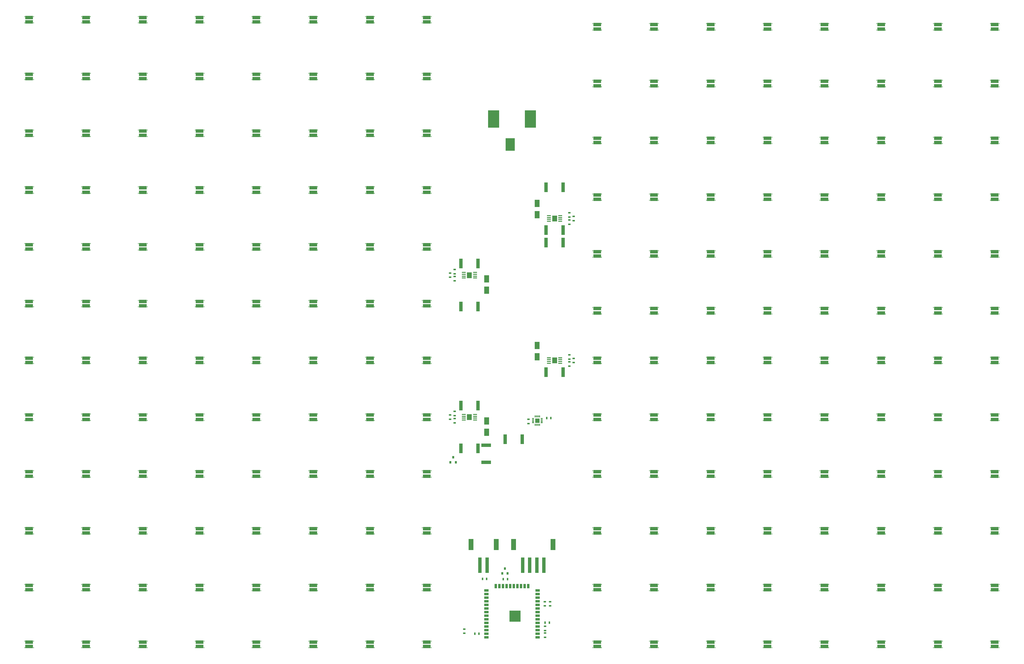
<source format=gtp>
%FSLAX25Y25*%
%MOIN*%
G70*
G01*
G75*
G04 Layer_Color=8421504*
%ADD10C,0.01969*%
%ADD11C,0.03543*%
%ADD12R,0.03543X0.02362*%
%ADD13R,0.02362X0.03543*%
%ADD14R,0.07087X0.03543*%
%ADD15R,0.03158X0.03827*%
%ADD16R,0.05118X0.21654*%
%ADD17R,0.07087X0.15354*%
%ADD18R,0.03543X0.05906*%
%ADD19R,0.05906X0.03543*%
%ADD20R,0.19685X0.19685*%
%ADD21R,0.03543X0.07087*%
%ADD22R,0.05118X0.02756*%
%ADD23R,0.06693X0.09843*%
%ADD24R,0.04803X0.04921*%
%ADD25C,0.03150*%
%ADD26R,0.15354X0.24410*%
%ADD27R,0.12992X0.17323*%
%ADD28R,0.09252X0.20079*%
%ADD29R,0.29528X0.07087*%
%ADD30R,0.01378X0.02165*%
%ADD31R,0.11024X0.04921*%
%ADD32R,0.04724X0.13386*%
%ADD33R,0.06693X0.07874*%
%ADD34R,0.05315X0.01772*%
%ADD35R,0.06693X0.06693*%
%ADD36R,0.01181X0.03150*%
%ADD37R,0.03150X0.01181*%
%ADD38R,0.13386X0.04724*%
%ADD39R,0.03543X0.03150*%
%ADD40C,0.00100*%
%ADD41C,0.00591*%
%ADD42C,0.03937*%
%ADD43C,0.02362*%
%ADD44C,0.04331*%
%ADD45C,0.01181*%
%ADD46C,0.01575*%
%ADD47C,0.02756*%
%ADD48C,0.04724*%
%ADD49C,0.05906*%
%ADD50C,0.03150*%
%ADD51C,0.03543*%
%ADD52C,0.09055*%
%ADD53C,0.07874*%
%ADD54O,0.15748X0.29134*%
%ADD55C,0.15748*%
%ADD56C,0.23622*%
%ADD57C,0.00984*%
%ADD58C,0.00787*%
%ADD59C,0.01000*%
%ADD60R,0.15748X0.15748*%
%ADD61R,0.00984X0.01772*%
%ADD62R,0.10630X0.04528*%
%ADD63R,0.06299X0.06299*%
D12*
X-66043Y-417717D02*
D03*
Y-411811D02*
D03*
X45965Y-417323D02*
D03*
Y-423228D02*
D03*
X-79528Y80807D02*
D03*
Y86713D02*
D03*
Y-116043D02*
D03*
Y-110138D02*
D03*
X79528Y155413D02*
D03*
Y149508D02*
D03*
Y-41437D02*
D03*
Y-47343D02*
D03*
X-79528Y70965D02*
D03*
Y76870D02*
D03*
Y-125886D02*
D03*
Y-119980D02*
D03*
X79528Y165256D02*
D03*
Y159350D02*
D03*
Y-31594D02*
D03*
Y-37500D02*
D03*
X-85630Y81791D02*
D03*
Y75886D02*
D03*
Y-115059D02*
D03*
Y-120965D02*
D03*
X85630Y154429D02*
D03*
Y160335D02*
D03*
Y-42421D02*
D03*
Y-36516D02*
D03*
X45965Y-413878D02*
D03*
Y-407972D02*
D03*
X22736Y-120965D02*
D03*
Y-126870D02*
D03*
X45571Y-373819D02*
D03*
Y-379724D02*
D03*
X52756D02*
D03*
Y-373819D02*
D03*
D13*
X-51575Y-418209D02*
D03*
X-45669D02*
D03*
X-12008Y-342717D02*
D03*
X-6102D02*
D03*
X45965Y-402953D02*
D03*
X51870D02*
D03*
X48130Y-119390D02*
D03*
X54035D02*
D03*
X-40945Y-342224D02*
D03*
X-35039D02*
D03*
D15*
X-9843Y-327815D02*
D03*
X-6102Y-334784D02*
D03*
X-13583D02*
D03*
X-81595Y-173681D02*
D03*
X-77854Y-180650D02*
D03*
X-85335D02*
D03*
D16*
X-34449Y-323425D02*
D03*
X-44291D02*
D03*
X24606D02*
D03*
X34449D02*
D03*
X44291D02*
D03*
X14764D02*
D03*
D17*
X-56890Y-294685D02*
D03*
X-21850D02*
D03*
X56890D02*
D03*
X2165D02*
D03*
D18*
X-22500Y-352362D02*
D03*
X-17500D02*
D03*
X-12500D02*
D03*
X-7500D02*
D03*
X-2500D02*
D03*
X2500D02*
D03*
X7500D02*
D03*
X12500D02*
D03*
X17500D02*
D03*
X22500D02*
D03*
D03*
D19*
X35433Y-358228D02*
D03*
Y-363228D02*
D03*
Y-368228D02*
D03*
Y-373228D02*
D03*
Y-378228D02*
D03*
Y-383228D02*
D03*
Y-388228D02*
D03*
Y-393228D02*
D03*
Y-398228D02*
D03*
Y-403228D02*
D03*
Y-408228D02*
D03*
Y-413228D02*
D03*
Y-418228D02*
D03*
Y-423228D02*
D03*
X-35433Y-358228D02*
D03*
Y-363228D02*
D03*
Y-368228D02*
D03*
Y-373228D02*
D03*
Y-378228D02*
D03*
Y-383228D02*
D03*
Y-388228D02*
D03*
Y-393228D02*
D03*
Y-398228D02*
D03*
Y-403228D02*
D03*
Y-408228D02*
D03*
Y-413228D02*
D03*
Y-418228D02*
D03*
Y-423228D02*
D03*
D23*
X-35039Y57874D02*
D03*
Y73622D02*
D03*
Y-138976D02*
D03*
Y-123228D02*
D03*
X35039Y178347D02*
D03*
Y162598D02*
D03*
Y-18504D02*
D03*
Y-34252D02*
D03*
D26*
X-25394Y295276D02*
D03*
X25394D02*
D03*
D27*
X-2559Y260039D02*
D03*
D32*
X-47244Y94882D02*
D03*
X-70866D02*
D03*
X-47244Y-101969D02*
D03*
X-70866D02*
D03*
X47244Y141339D02*
D03*
X70866D02*
D03*
X47244Y-55512D02*
D03*
X70866D02*
D03*
X-47244Y35433D02*
D03*
X-70866D02*
D03*
X-47244Y-161417D02*
D03*
X-70866D02*
D03*
X47244Y200787D02*
D03*
X70866D02*
D03*
X47244Y124016D02*
D03*
X70866D02*
D03*
X14173Y-148622D02*
D03*
X-9449D02*
D03*
D33*
X-59055Y78740D02*
D03*
Y-118110D02*
D03*
X59055Y157480D02*
D03*
Y-39370D02*
D03*
D34*
X-51279Y74902D02*
D03*
Y77461D02*
D03*
Y80020D02*
D03*
Y82579D02*
D03*
X-66831Y74902D02*
D03*
Y77461D02*
D03*
Y80020D02*
D03*
Y82579D02*
D03*
X-51279Y-121949D02*
D03*
Y-119390D02*
D03*
Y-116831D02*
D03*
Y-114272D02*
D03*
X-66831Y-121949D02*
D03*
Y-119390D02*
D03*
Y-116831D02*
D03*
Y-114272D02*
D03*
X51279Y161319D02*
D03*
Y158760D02*
D03*
Y156201D02*
D03*
Y153642D02*
D03*
X66831Y161319D02*
D03*
Y158760D02*
D03*
Y156201D02*
D03*
Y153642D02*
D03*
X51279Y-35531D02*
D03*
Y-38091D02*
D03*
Y-40650D02*
D03*
Y-43209D02*
D03*
X66831Y-35531D02*
D03*
Y-38091D02*
D03*
Y-40650D02*
D03*
Y-43209D02*
D03*
D36*
X38189Y-128740D02*
D03*
X36220D02*
D03*
X34252D02*
D03*
X32283D02*
D03*
Y-116929D02*
D03*
X34252D02*
D03*
X36220D02*
D03*
X38189D02*
D03*
D37*
X29331Y-125787D02*
D03*
Y-123819D02*
D03*
Y-121850D02*
D03*
Y-119882D02*
D03*
X41142D02*
D03*
Y-121850D02*
D03*
Y-123819D02*
D03*
Y-125787D02*
D03*
D38*
X-35827Y-157087D02*
D03*
Y-180709D02*
D03*
D60*
X4055Y-394134D02*
D03*
D61*
X-663091Y428642D02*
D03*
X-675492D02*
D03*
X-663091Y437500D02*
D03*
X-675492D02*
D03*
X-663091Y-43799D02*
D03*
X-675492D02*
D03*
X-663091Y-34941D02*
D03*
X-675492D02*
D03*
X663091Y33957D02*
D03*
X675492D02*
D03*
X663091Y25098D02*
D03*
X675492D02*
D03*
X663091Y-428642D02*
D03*
X675492D02*
D03*
X663091Y-437500D02*
D03*
X675492D02*
D03*
X-663091Y349902D02*
D03*
X-675492D02*
D03*
X-663091Y358760D02*
D03*
X-675492D02*
D03*
X-663091Y-122539D02*
D03*
X-675492D02*
D03*
X-663091Y-113681D02*
D03*
X-675492D02*
D03*
X663091Y112697D02*
D03*
X675492D02*
D03*
X663091Y103839D02*
D03*
X675492D02*
D03*
X663091Y-349902D02*
D03*
X675492D02*
D03*
X663091Y-358760D02*
D03*
X675492D02*
D03*
X-663091Y271161D02*
D03*
X-675492D02*
D03*
X-663091Y280020D02*
D03*
X-675492D02*
D03*
X-663091Y-201279D02*
D03*
X-675492D02*
D03*
X-663091Y-192421D02*
D03*
X-675492D02*
D03*
X663091Y191437D02*
D03*
X675492D02*
D03*
X663091Y182579D02*
D03*
X675492D02*
D03*
X663091Y-271161D02*
D03*
X675492D02*
D03*
X663091Y-280020D02*
D03*
X675492D02*
D03*
X-663091Y192421D02*
D03*
X-675492D02*
D03*
X-663091Y201279D02*
D03*
X-675492D02*
D03*
X-663091Y-280020D02*
D03*
X-675492D02*
D03*
X-663091Y-271162D02*
D03*
X-675492D02*
D03*
X663091Y270177D02*
D03*
X675492D02*
D03*
X663091Y261319D02*
D03*
X675492D02*
D03*
X663091Y-192421D02*
D03*
X675492D02*
D03*
X663091Y-201279D02*
D03*
X675492D02*
D03*
X-663091Y113681D02*
D03*
X-675492D02*
D03*
X-663091Y122539D02*
D03*
X-675492D02*
D03*
X-663091Y-358760D02*
D03*
X-675492D02*
D03*
X-663091Y-349902D02*
D03*
X-675492D02*
D03*
X663091Y348917D02*
D03*
X675492D02*
D03*
X663091Y340059D02*
D03*
X675492D02*
D03*
X663091Y-113681D02*
D03*
X675492D02*
D03*
X663091Y-122539D02*
D03*
X675492D02*
D03*
X-663091Y34941D02*
D03*
X-675492D02*
D03*
X-663091Y43799D02*
D03*
X-675492D02*
D03*
X-663091Y-437500D02*
D03*
X-675492D02*
D03*
X-663091Y-428642D02*
D03*
X-675492D02*
D03*
X663091Y427658D02*
D03*
X675492D02*
D03*
X663091Y418799D02*
D03*
X675492D02*
D03*
X663091Y-34941D02*
D03*
X675492D02*
D03*
X663091Y-43799D02*
D03*
X675492D02*
D03*
X-584350Y428642D02*
D03*
X-596752D02*
D03*
X-584350Y437500D02*
D03*
X-596752D02*
D03*
X-584350Y-43799D02*
D03*
X-596752D02*
D03*
X-584350Y-34941D02*
D03*
X-596752D02*
D03*
X584350Y33957D02*
D03*
X596752D02*
D03*
X584350Y25098D02*
D03*
X596752D02*
D03*
X584350Y-428642D02*
D03*
X596752D02*
D03*
X584350Y-437500D02*
D03*
X596752D02*
D03*
X-584350Y349902D02*
D03*
X-596752D02*
D03*
X-584350Y358760D02*
D03*
X-596752D02*
D03*
X-584350Y-122539D02*
D03*
X-596752D02*
D03*
X-584350Y-113681D02*
D03*
X-596752D02*
D03*
X584350Y112697D02*
D03*
X596752D02*
D03*
X584350Y103839D02*
D03*
X596752D02*
D03*
X584350Y-349902D02*
D03*
X596752D02*
D03*
X584350Y-358760D02*
D03*
X596752D02*
D03*
X-584350Y271161D02*
D03*
X-596752D02*
D03*
X-584350Y280020D02*
D03*
X-596752D02*
D03*
X-584350Y-201279D02*
D03*
X-596752D02*
D03*
X-584350Y-192421D02*
D03*
X-596752D02*
D03*
X584350Y191437D02*
D03*
X596752D02*
D03*
X584350Y182579D02*
D03*
X596752D02*
D03*
X584350Y-271161D02*
D03*
X596752D02*
D03*
X584350Y-280020D02*
D03*
X596752D02*
D03*
X-584350Y192421D02*
D03*
X-596752D02*
D03*
X-584350Y201279D02*
D03*
X-596752D02*
D03*
X-584350Y-280020D02*
D03*
X-596752D02*
D03*
X-584350Y-271162D02*
D03*
X-596752D02*
D03*
X584350Y270177D02*
D03*
X596752D02*
D03*
X584350Y261319D02*
D03*
X596752D02*
D03*
X584350Y-192421D02*
D03*
X596752D02*
D03*
X584350Y-201279D02*
D03*
X596752D02*
D03*
X-584350Y113681D02*
D03*
X-596752D02*
D03*
X-584350Y122539D02*
D03*
X-596752D02*
D03*
X-584350Y-358760D02*
D03*
X-596752D02*
D03*
X-584350Y-349902D02*
D03*
X-596752D02*
D03*
X584350Y348917D02*
D03*
X596752D02*
D03*
X584350Y340059D02*
D03*
X596752D02*
D03*
X584350Y-113681D02*
D03*
X596752D02*
D03*
X584350Y-122539D02*
D03*
X596752D02*
D03*
X-584350Y34941D02*
D03*
X-596752D02*
D03*
X-584350Y43799D02*
D03*
X-596752D02*
D03*
X-584350Y-437500D02*
D03*
X-596752D02*
D03*
X-584350Y-428642D02*
D03*
X-596752D02*
D03*
X584350Y427658D02*
D03*
X596752D02*
D03*
X584350Y418799D02*
D03*
X596752D02*
D03*
X584350Y-34941D02*
D03*
X596752D02*
D03*
X584350Y-43799D02*
D03*
X596752D02*
D03*
X-505610Y428642D02*
D03*
X-518012D02*
D03*
X-505610Y437500D02*
D03*
X-518012D02*
D03*
X-505610Y-43799D02*
D03*
X-518012D02*
D03*
X-505610Y-34941D02*
D03*
X-518012D02*
D03*
X505610Y33957D02*
D03*
X518012D02*
D03*
X505610Y25098D02*
D03*
X518012D02*
D03*
X505610Y-428642D02*
D03*
X518012D02*
D03*
X505610Y-437500D02*
D03*
X518012D02*
D03*
X-505610Y349902D02*
D03*
X-518012D02*
D03*
X-505610Y358760D02*
D03*
X-518012D02*
D03*
X-505610Y-122539D02*
D03*
X-518012D02*
D03*
X-505610Y-113681D02*
D03*
X-518012D02*
D03*
X505610Y112697D02*
D03*
X518012D02*
D03*
X505610Y103839D02*
D03*
X518012D02*
D03*
X505610Y-349902D02*
D03*
X518012D02*
D03*
X505610Y-358760D02*
D03*
X518012D02*
D03*
X-505610Y271161D02*
D03*
X-518012D02*
D03*
X-505610Y280020D02*
D03*
X-518012D02*
D03*
X-505610Y-201279D02*
D03*
X-518012D02*
D03*
X-505610Y-192421D02*
D03*
X-518012D02*
D03*
X505610Y191437D02*
D03*
X518012D02*
D03*
X505610Y182579D02*
D03*
X518012D02*
D03*
X505610Y-271161D02*
D03*
X518012D02*
D03*
X505610Y-280020D02*
D03*
X518012D02*
D03*
X-505610Y192421D02*
D03*
X-518012D02*
D03*
X-505610Y201279D02*
D03*
X-518012D02*
D03*
X-505610Y-280020D02*
D03*
X-518012D02*
D03*
X-505610Y-271162D02*
D03*
X-518012D02*
D03*
X505610Y270177D02*
D03*
X518012D02*
D03*
X505610Y261319D02*
D03*
X518012D02*
D03*
X505610Y-192421D02*
D03*
X518012D02*
D03*
X505610Y-201279D02*
D03*
X518012D02*
D03*
X-505610Y113681D02*
D03*
X-518012D02*
D03*
X-505610Y122539D02*
D03*
X-518012D02*
D03*
X-505610Y-358760D02*
D03*
X-518012D02*
D03*
X-505610Y-349902D02*
D03*
X-518012D02*
D03*
X505610Y348917D02*
D03*
X518012D02*
D03*
X505610Y340059D02*
D03*
X518012D02*
D03*
X505610Y-113681D02*
D03*
X518012D02*
D03*
X505610Y-122539D02*
D03*
X518012D02*
D03*
X-505610Y34941D02*
D03*
X-518012D02*
D03*
X-505610Y43799D02*
D03*
X-518012D02*
D03*
X-505610Y-437500D02*
D03*
X-518012D02*
D03*
X-505610Y-428642D02*
D03*
X-518012D02*
D03*
X505610Y427658D02*
D03*
X518012D02*
D03*
X505610Y418799D02*
D03*
X518012D02*
D03*
X505610Y-34941D02*
D03*
X518012D02*
D03*
X505610Y-43799D02*
D03*
X518012D02*
D03*
X-426870Y428642D02*
D03*
X-439272D02*
D03*
X-426870Y437500D02*
D03*
X-439272D02*
D03*
X-426870Y-43799D02*
D03*
X-439272D02*
D03*
X-426870Y-34941D02*
D03*
X-439272D02*
D03*
X426870Y33957D02*
D03*
X439272D02*
D03*
X426870Y25098D02*
D03*
X439272D02*
D03*
X426870Y-428642D02*
D03*
X439272D02*
D03*
X426870Y-437500D02*
D03*
X439272D02*
D03*
X-426870Y349902D02*
D03*
X-439272D02*
D03*
X-426870Y358760D02*
D03*
X-439272D02*
D03*
X-426870Y-122539D02*
D03*
X-439272D02*
D03*
X-426870Y-113681D02*
D03*
X-439272D02*
D03*
X426870Y112697D02*
D03*
X439272D02*
D03*
X426870Y103839D02*
D03*
X439272D02*
D03*
X426870Y-349902D02*
D03*
X439272D02*
D03*
X426870Y-358760D02*
D03*
X439272D02*
D03*
X-426870Y271161D02*
D03*
X-439272D02*
D03*
X-426870Y280020D02*
D03*
X-439272D02*
D03*
X-426870Y-201279D02*
D03*
X-439272D02*
D03*
X-426870Y-192421D02*
D03*
X-439272D02*
D03*
X426870Y191437D02*
D03*
X439272D02*
D03*
X426870Y182579D02*
D03*
X439272D02*
D03*
X426870Y-271161D02*
D03*
X439272D02*
D03*
X426870Y-280020D02*
D03*
X439272D02*
D03*
X-426870Y192421D02*
D03*
X-439272D02*
D03*
X-426870Y201279D02*
D03*
X-439272D02*
D03*
X-426870Y-280020D02*
D03*
X-439272D02*
D03*
X-426870Y-271162D02*
D03*
X-439272D02*
D03*
X426870Y270177D02*
D03*
X439272D02*
D03*
X426870Y261319D02*
D03*
X439272D02*
D03*
X426870Y-192421D02*
D03*
X439272D02*
D03*
X426870Y-201279D02*
D03*
X439272D02*
D03*
X-426870Y113681D02*
D03*
X-439272D02*
D03*
X-426870Y122539D02*
D03*
X-439272D02*
D03*
X-426870Y-358760D02*
D03*
X-439272D02*
D03*
X-426870Y-349902D02*
D03*
X-439272D02*
D03*
X426870Y348917D02*
D03*
X439272D02*
D03*
X426870Y340059D02*
D03*
X439272D02*
D03*
X426870Y-113681D02*
D03*
X439272D02*
D03*
X426870Y-122539D02*
D03*
X439272D02*
D03*
X-426870Y34941D02*
D03*
X-439272D02*
D03*
X-426870Y43799D02*
D03*
X-439272D02*
D03*
X-426870Y-437500D02*
D03*
X-439272D02*
D03*
X-426870Y-428642D02*
D03*
X-439272D02*
D03*
X426870Y427658D02*
D03*
X439272D02*
D03*
X426870Y418799D02*
D03*
X439272D02*
D03*
X426870Y-34941D02*
D03*
X439272D02*
D03*
X426870Y-43799D02*
D03*
X439272D02*
D03*
X-348130Y428642D02*
D03*
X-360531D02*
D03*
X-348130Y437500D02*
D03*
X-360531D02*
D03*
X-348130Y-43799D02*
D03*
X-360531D02*
D03*
X-348130Y-34941D02*
D03*
X-360531D02*
D03*
X348130Y33957D02*
D03*
X360531D02*
D03*
X348130Y25098D02*
D03*
X360531D02*
D03*
X348130Y-428642D02*
D03*
X360531D02*
D03*
X348130Y-437500D02*
D03*
X360531D02*
D03*
X-348130Y349902D02*
D03*
X-360531D02*
D03*
X-348130Y358760D02*
D03*
X-360531D02*
D03*
X-348130Y-122539D02*
D03*
X-360531D02*
D03*
X-348130Y-113681D02*
D03*
X-360531D02*
D03*
X348130Y112697D02*
D03*
X360531D02*
D03*
X348130Y103839D02*
D03*
X360531D02*
D03*
X348130Y-349902D02*
D03*
X360531D02*
D03*
X348130Y-358760D02*
D03*
X360531D02*
D03*
X-348130Y271161D02*
D03*
X-360531D02*
D03*
X-348130Y280020D02*
D03*
X-360531D02*
D03*
X-348130Y-201279D02*
D03*
X-360531D02*
D03*
X-348130Y-192421D02*
D03*
X-360531D02*
D03*
X348130Y191437D02*
D03*
X360531D02*
D03*
X348130Y182579D02*
D03*
X360531D02*
D03*
X348130Y-271161D02*
D03*
X360531D02*
D03*
X348130Y-280020D02*
D03*
X360531D02*
D03*
X-348130Y192421D02*
D03*
X-360531D02*
D03*
X-348130Y201279D02*
D03*
X-360531D02*
D03*
X-348130Y-280020D02*
D03*
X-360531D02*
D03*
X-348130Y-271162D02*
D03*
X-360531D02*
D03*
X348130Y270177D02*
D03*
X360531D02*
D03*
X348130Y261319D02*
D03*
X360531D02*
D03*
X348130Y-192421D02*
D03*
X360531D02*
D03*
X348130Y-201279D02*
D03*
X360531D02*
D03*
X-348130Y113681D02*
D03*
X-360531D02*
D03*
X-348130Y122539D02*
D03*
X-360531D02*
D03*
X-348130Y-358760D02*
D03*
X-360531D02*
D03*
X-348130Y-349902D02*
D03*
X-360531D02*
D03*
X348130Y348917D02*
D03*
X360531D02*
D03*
X348130Y340059D02*
D03*
X360531D02*
D03*
X348130Y-113681D02*
D03*
X360531D02*
D03*
X348130Y-122539D02*
D03*
X360531D02*
D03*
X-348130Y34941D02*
D03*
X-360531D02*
D03*
X-348130Y43799D02*
D03*
X-360531D02*
D03*
X-348130Y-437500D02*
D03*
X-360531D02*
D03*
X-348130Y-428642D02*
D03*
X-360531D02*
D03*
X348130Y427658D02*
D03*
X360531D02*
D03*
X348130Y418799D02*
D03*
X360531D02*
D03*
X348130Y-34941D02*
D03*
X360531D02*
D03*
X348130Y-43799D02*
D03*
X360531D02*
D03*
X-269390Y428642D02*
D03*
X-281791D02*
D03*
X-269390Y437500D02*
D03*
X-281791D02*
D03*
X-269390Y-43799D02*
D03*
X-281791D02*
D03*
X-269390Y-34941D02*
D03*
X-281791D02*
D03*
X269390Y33957D02*
D03*
X281791D02*
D03*
X269390Y25098D02*
D03*
X281791D02*
D03*
X269390Y-428642D02*
D03*
X281791D02*
D03*
X269390Y-437500D02*
D03*
X281791D02*
D03*
X-269390Y349902D02*
D03*
X-281791D02*
D03*
X-269390Y358760D02*
D03*
X-281791D02*
D03*
X-269390Y-122539D02*
D03*
X-281791D02*
D03*
X-269390Y-113681D02*
D03*
X-281791D02*
D03*
X269390Y112697D02*
D03*
X281791D02*
D03*
X269390Y103839D02*
D03*
X281791D02*
D03*
X269390Y-349902D02*
D03*
X281791D02*
D03*
X269390Y-358760D02*
D03*
X281791D02*
D03*
X-269390Y271161D02*
D03*
X-281791D02*
D03*
X-269390Y280020D02*
D03*
X-281791D02*
D03*
X-269390Y-201279D02*
D03*
X-281791D02*
D03*
X-269390Y-192421D02*
D03*
X-281791D02*
D03*
X269390Y191437D02*
D03*
X281791D02*
D03*
X269390Y182579D02*
D03*
X281791D02*
D03*
X269390Y-271161D02*
D03*
X281791D02*
D03*
X269390Y-280020D02*
D03*
X281791D02*
D03*
X-269390Y192421D02*
D03*
X-281791D02*
D03*
X-269390Y201279D02*
D03*
X-281791D02*
D03*
X-269390Y-280020D02*
D03*
X-281791D02*
D03*
X-269390Y-271162D02*
D03*
X-281791D02*
D03*
X269390Y270177D02*
D03*
X281791D02*
D03*
X269390Y261319D02*
D03*
X281791D02*
D03*
X269390Y-192421D02*
D03*
X281791D02*
D03*
X269390Y-201279D02*
D03*
X281791D02*
D03*
X-269390Y113681D02*
D03*
X-281791D02*
D03*
X-269390Y122539D02*
D03*
X-281791D02*
D03*
X-269390Y-358760D02*
D03*
X-281791D02*
D03*
X-269390Y-349902D02*
D03*
X-281791D02*
D03*
X269390Y348917D02*
D03*
X281791D02*
D03*
X269390Y340059D02*
D03*
X281791D02*
D03*
X269390Y-113681D02*
D03*
X281791D02*
D03*
X269390Y-122539D02*
D03*
X281791D02*
D03*
X-269390Y34941D02*
D03*
X-281791D02*
D03*
X-269390Y43799D02*
D03*
X-281791D02*
D03*
X-269390Y-437500D02*
D03*
X-281791D02*
D03*
X-269390Y-428642D02*
D03*
X-281791D02*
D03*
X269390Y427658D02*
D03*
X281791D02*
D03*
X269390Y418799D02*
D03*
X281791D02*
D03*
X269390Y-34941D02*
D03*
X281791D02*
D03*
X269390Y-43799D02*
D03*
X281791D02*
D03*
X-190650Y428642D02*
D03*
X-203051D02*
D03*
X-190650Y437500D02*
D03*
X-203051D02*
D03*
X-190650Y-43799D02*
D03*
X-203051D02*
D03*
X-190650Y-34941D02*
D03*
X-203051D02*
D03*
X190650Y33957D02*
D03*
X203051D02*
D03*
X190650Y25098D02*
D03*
X203051D02*
D03*
X190650Y-428642D02*
D03*
X203051D02*
D03*
X190650Y-437500D02*
D03*
X203051D02*
D03*
X-190650Y349902D02*
D03*
X-203051D02*
D03*
X-190650Y358760D02*
D03*
X-203051D02*
D03*
X-190650Y-122539D02*
D03*
X-203051D02*
D03*
X-190650Y-113681D02*
D03*
X-203051D02*
D03*
X190650Y112697D02*
D03*
X203051D02*
D03*
X190650Y103839D02*
D03*
X203051D02*
D03*
X190650Y-349902D02*
D03*
X203051D02*
D03*
X190650Y-358760D02*
D03*
X203051D02*
D03*
X-190650Y271161D02*
D03*
X-203051D02*
D03*
X-190650Y280020D02*
D03*
X-203051D02*
D03*
X-190650Y-201279D02*
D03*
X-203051D02*
D03*
X-190650Y-192421D02*
D03*
X-203051D02*
D03*
X190650Y191437D02*
D03*
X203051D02*
D03*
X190650Y182579D02*
D03*
X203051D02*
D03*
X190650Y-271161D02*
D03*
X203051D02*
D03*
X190650Y-280020D02*
D03*
X203051D02*
D03*
X-190650Y192421D02*
D03*
X-203051D02*
D03*
X-190650Y201279D02*
D03*
X-203051D02*
D03*
X-190650Y-280020D02*
D03*
X-203051D02*
D03*
X-190650Y-271162D02*
D03*
X-203051D02*
D03*
X190650Y270177D02*
D03*
X203051D02*
D03*
X190650Y261319D02*
D03*
X203051D02*
D03*
X190650Y-192421D02*
D03*
X203051D02*
D03*
X190650Y-201279D02*
D03*
X203051D02*
D03*
X-190650Y113681D02*
D03*
X-203051D02*
D03*
X-190650Y122539D02*
D03*
X-203051D02*
D03*
X-190650Y-358760D02*
D03*
X-203051D02*
D03*
X-190650Y-349902D02*
D03*
X-203051D02*
D03*
X190650Y348917D02*
D03*
X203051D02*
D03*
X190650Y340059D02*
D03*
X203051D02*
D03*
X190650Y-113681D02*
D03*
X203051D02*
D03*
X190650Y-122539D02*
D03*
X203051D02*
D03*
X-190650Y34941D02*
D03*
X-203051D02*
D03*
X-190650Y43799D02*
D03*
X-203051D02*
D03*
X-190650Y-437500D02*
D03*
X-203051D02*
D03*
X-190650Y-428642D02*
D03*
X-203051D02*
D03*
X190650Y427658D02*
D03*
X203051D02*
D03*
X190650Y418799D02*
D03*
X203051D02*
D03*
X190650Y-34941D02*
D03*
X203051D02*
D03*
X190650Y-43799D02*
D03*
X203051D02*
D03*
X-111909Y428642D02*
D03*
X-124311D02*
D03*
X-111909Y437500D02*
D03*
X-124311D02*
D03*
X-111909Y-43799D02*
D03*
X-124311D02*
D03*
X-111909Y-34941D02*
D03*
X-124311D02*
D03*
X111909Y33957D02*
D03*
X124311D02*
D03*
X111909Y25098D02*
D03*
X124311D02*
D03*
X111909Y-428642D02*
D03*
X124311D02*
D03*
X111909Y-437500D02*
D03*
X124311D02*
D03*
X-111909Y349902D02*
D03*
X-124311D02*
D03*
X-111909Y358760D02*
D03*
X-124311D02*
D03*
X-111909Y-122539D02*
D03*
X-124311D02*
D03*
X-111909Y-113681D02*
D03*
X-124311D02*
D03*
X111909Y112697D02*
D03*
X124311D02*
D03*
X111909Y103839D02*
D03*
X124311D02*
D03*
X111909Y-349902D02*
D03*
X124311D02*
D03*
X111909Y-358760D02*
D03*
X124311D02*
D03*
X-111909Y271161D02*
D03*
X-124311D02*
D03*
X-111909Y280020D02*
D03*
X-124311D02*
D03*
X-111909Y-201279D02*
D03*
X-124311D02*
D03*
X-111909Y-192421D02*
D03*
X-124311D02*
D03*
X111909Y191437D02*
D03*
X124311D02*
D03*
X111909Y182579D02*
D03*
X124311D02*
D03*
X111909Y-271161D02*
D03*
X124311D02*
D03*
X111909Y-280020D02*
D03*
X124311D02*
D03*
X-111909Y192421D02*
D03*
X-124311D02*
D03*
X-111909Y201279D02*
D03*
X-124311D02*
D03*
X-111909Y-280020D02*
D03*
X-124311D02*
D03*
X-111909Y-271162D02*
D03*
X-124311D02*
D03*
X111909Y270177D02*
D03*
X124311D02*
D03*
X111909Y261319D02*
D03*
X124311D02*
D03*
X111909Y-192421D02*
D03*
X124311D02*
D03*
X111909Y-201279D02*
D03*
X124311D02*
D03*
X-111909Y113681D02*
D03*
X-124311D02*
D03*
X-111909Y122539D02*
D03*
X-124311D02*
D03*
X-111909Y-358760D02*
D03*
X-124311D02*
D03*
X-111909Y-349902D02*
D03*
X-124311D02*
D03*
X111909Y348917D02*
D03*
X124311D02*
D03*
X111909Y340059D02*
D03*
X124311D02*
D03*
X111909Y-113681D02*
D03*
X124311D02*
D03*
X111909Y-122539D02*
D03*
X124311D02*
D03*
X-111909Y34941D02*
D03*
X-124311D02*
D03*
X-111909Y43799D02*
D03*
X-124311D02*
D03*
X-111909Y-437500D02*
D03*
X-124311D02*
D03*
X-111909Y-428642D02*
D03*
X-124311D02*
D03*
X111909Y427658D02*
D03*
X124311D02*
D03*
X111909Y418799D02*
D03*
X124311D02*
D03*
X111909Y-34941D02*
D03*
X124311D02*
D03*
X111909Y-43799D02*
D03*
X124311D02*
D03*
D62*
X-669291Y430020D02*
D03*
Y436122D02*
D03*
Y-42421D02*
D03*
Y-36319D02*
D03*
X669291Y32579D02*
D03*
Y26476D02*
D03*
Y-430020D02*
D03*
Y-436122D02*
D03*
X-669291Y351279D02*
D03*
Y357382D02*
D03*
Y-121161D02*
D03*
Y-115059D02*
D03*
X669291Y111319D02*
D03*
Y105217D02*
D03*
Y-351279D02*
D03*
Y-357382D02*
D03*
X-669291Y272539D02*
D03*
Y278642D02*
D03*
Y-199902D02*
D03*
Y-193799D02*
D03*
X669291Y190059D02*
D03*
Y183957D02*
D03*
Y-272539D02*
D03*
Y-278642D02*
D03*
X-669291Y193799D02*
D03*
Y199902D02*
D03*
Y-278642D02*
D03*
Y-272539D02*
D03*
X669291Y268799D02*
D03*
Y262697D02*
D03*
Y-193799D02*
D03*
Y-199902D02*
D03*
X-669291Y115059D02*
D03*
Y121161D02*
D03*
Y-357382D02*
D03*
Y-351279D02*
D03*
X669291Y347539D02*
D03*
Y341437D02*
D03*
Y-115059D02*
D03*
Y-121161D02*
D03*
X-669291Y36319D02*
D03*
Y42421D02*
D03*
Y-436122D02*
D03*
Y-430020D02*
D03*
X669291Y426279D02*
D03*
Y420177D02*
D03*
Y-36319D02*
D03*
Y-42421D02*
D03*
X-590551Y430020D02*
D03*
Y436122D02*
D03*
Y-42421D02*
D03*
Y-36319D02*
D03*
X590551Y32579D02*
D03*
Y26476D02*
D03*
Y-430020D02*
D03*
Y-436122D02*
D03*
X-590551Y351279D02*
D03*
Y357382D02*
D03*
Y-121161D02*
D03*
Y-115059D02*
D03*
X590551Y111319D02*
D03*
Y105217D02*
D03*
Y-351279D02*
D03*
Y-357382D02*
D03*
X-590551Y272539D02*
D03*
Y278642D02*
D03*
Y-199902D02*
D03*
Y-193799D02*
D03*
X590551Y190059D02*
D03*
Y183957D02*
D03*
Y-272539D02*
D03*
Y-278642D02*
D03*
X-590551Y193799D02*
D03*
Y199902D02*
D03*
Y-278642D02*
D03*
Y-272539D02*
D03*
X590551Y268799D02*
D03*
Y262697D02*
D03*
Y-193799D02*
D03*
Y-199902D02*
D03*
X-590551Y115059D02*
D03*
Y121161D02*
D03*
Y-357382D02*
D03*
Y-351279D02*
D03*
X590551Y347539D02*
D03*
Y341437D02*
D03*
Y-115059D02*
D03*
Y-121161D02*
D03*
X-590551Y36319D02*
D03*
Y42421D02*
D03*
Y-436122D02*
D03*
Y-430020D02*
D03*
X590551Y426279D02*
D03*
Y420177D02*
D03*
Y-36319D02*
D03*
Y-42421D02*
D03*
X-511811Y430020D02*
D03*
Y436122D02*
D03*
Y-42421D02*
D03*
Y-36319D02*
D03*
X511811Y32579D02*
D03*
Y26476D02*
D03*
Y-430020D02*
D03*
Y-436122D02*
D03*
X-511811Y351279D02*
D03*
Y357382D02*
D03*
Y-121161D02*
D03*
Y-115059D02*
D03*
X511811Y111319D02*
D03*
Y105217D02*
D03*
Y-351279D02*
D03*
Y-357382D02*
D03*
X-511811Y272539D02*
D03*
Y278642D02*
D03*
Y-199902D02*
D03*
Y-193799D02*
D03*
X511811Y190059D02*
D03*
Y183957D02*
D03*
Y-272539D02*
D03*
Y-278642D02*
D03*
X-511811Y193799D02*
D03*
Y199902D02*
D03*
Y-278642D02*
D03*
Y-272539D02*
D03*
X511811Y268799D02*
D03*
Y262697D02*
D03*
Y-193799D02*
D03*
Y-199902D02*
D03*
X-511811Y115059D02*
D03*
Y121161D02*
D03*
Y-357382D02*
D03*
Y-351279D02*
D03*
X511811Y347539D02*
D03*
Y341437D02*
D03*
Y-115059D02*
D03*
Y-121161D02*
D03*
X-511811Y36319D02*
D03*
Y42421D02*
D03*
Y-436122D02*
D03*
Y-430020D02*
D03*
X511811Y426279D02*
D03*
Y420177D02*
D03*
Y-36319D02*
D03*
Y-42421D02*
D03*
X-433071Y430020D02*
D03*
Y436122D02*
D03*
Y-42421D02*
D03*
Y-36319D02*
D03*
X433071Y32579D02*
D03*
Y26476D02*
D03*
Y-430020D02*
D03*
Y-436122D02*
D03*
X-433071Y351279D02*
D03*
Y357382D02*
D03*
Y-121161D02*
D03*
Y-115059D02*
D03*
X433071Y111319D02*
D03*
Y105217D02*
D03*
Y-351279D02*
D03*
Y-357382D02*
D03*
X-433071Y272539D02*
D03*
Y278642D02*
D03*
Y-199902D02*
D03*
Y-193799D02*
D03*
X433071Y190059D02*
D03*
Y183957D02*
D03*
Y-272539D02*
D03*
Y-278642D02*
D03*
X-433071Y193799D02*
D03*
Y199902D02*
D03*
Y-278642D02*
D03*
Y-272539D02*
D03*
X433071Y268799D02*
D03*
Y262697D02*
D03*
Y-193799D02*
D03*
Y-199902D02*
D03*
X-433071Y115059D02*
D03*
Y121161D02*
D03*
Y-357382D02*
D03*
Y-351279D02*
D03*
X433071Y347539D02*
D03*
Y341437D02*
D03*
Y-115059D02*
D03*
Y-121161D02*
D03*
X-433071Y36319D02*
D03*
Y42421D02*
D03*
Y-436122D02*
D03*
Y-430020D02*
D03*
X433071Y426279D02*
D03*
Y420177D02*
D03*
Y-36319D02*
D03*
Y-42421D02*
D03*
X-354331Y430020D02*
D03*
Y436122D02*
D03*
Y-42421D02*
D03*
Y-36319D02*
D03*
X354331Y32579D02*
D03*
Y26476D02*
D03*
Y-430020D02*
D03*
Y-436122D02*
D03*
X-354331Y351279D02*
D03*
Y357382D02*
D03*
Y-121161D02*
D03*
Y-115059D02*
D03*
X354331Y111319D02*
D03*
Y105217D02*
D03*
Y-351279D02*
D03*
Y-357382D02*
D03*
X-354331Y272539D02*
D03*
Y278642D02*
D03*
Y-199902D02*
D03*
Y-193799D02*
D03*
X354331Y190059D02*
D03*
Y183957D02*
D03*
Y-272539D02*
D03*
Y-278642D02*
D03*
X-354331Y193799D02*
D03*
Y199902D02*
D03*
Y-278642D02*
D03*
Y-272539D02*
D03*
X354331Y268799D02*
D03*
Y262697D02*
D03*
Y-193799D02*
D03*
Y-199902D02*
D03*
X-354331Y115059D02*
D03*
Y121161D02*
D03*
Y-357382D02*
D03*
Y-351279D02*
D03*
X354331Y347539D02*
D03*
Y341437D02*
D03*
Y-115059D02*
D03*
Y-121161D02*
D03*
X-354331Y36319D02*
D03*
Y42421D02*
D03*
Y-436122D02*
D03*
Y-430020D02*
D03*
X354331Y426279D02*
D03*
Y420177D02*
D03*
Y-36319D02*
D03*
Y-42421D02*
D03*
X-275591Y430020D02*
D03*
Y436122D02*
D03*
Y-42421D02*
D03*
Y-36319D02*
D03*
X275591Y32579D02*
D03*
Y26476D02*
D03*
Y-430020D02*
D03*
Y-436122D02*
D03*
X-275591Y351279D02*
D03*
Y357382D02*
D03*
Y-121161D02*
D03*
Y-115059D02*
D03*
X275591Y111319D02*
D03*
Y105217D02*
D03*
Y-351279D02*
D03*
Y-357382D02*
D03*
X-275591Y272539D02*
D03*
Y278642D02*
D03*
Y-199902D02*
D03*
Y-193799D02*
D03*
X275591Y190059D02*
D03*
Y183957D02*
D03*
Y-272539D02*
D03*
Y-278642D02*
D03*
X-275591Y193799D02*
D03*
Y199902D02*
D03*
Y-278642D02*
D03*
Y-272539D02*
D03*
X275591Y268799D02*
D03*
Y262697D02*
D03*
Y-193799D02*
D03*
Y-199902D02*
D03*
X-275591Y115059D02*
D03*
Y121161D02*
D03*
Y-357382D02*
D03*
Y-351279D02*
D03*
X275591Y347539D02*
D03*
Y341437D02*
D03*
Y-115059D02*
D03*
Y-121161D02*
D03*
X-275591Y36319D02*
D03*
Y42421D02*
D03*
Y-436122D02*
D03*
Y-430020D02*
D03*
X275591Y426279D02*
D03*
Y420177D02*
D03*
Y-36319D02*
D03*
Y-42421D02*
D03*
X-196850Y430020D02*
D03*
Y436122D02*
D03*
Y-42421D02*
D03*
Y-36319D02*
D03*
X196850Y32579D02*
D03*
Y26476D02*
D03*
Y-430020D02*
D03*
Y-436122D02*
D03*
X-196850Y351279D02*
D03*
Y357382D02*
D03*
Y-121161D02*
D03*
Y-115059D02*
D03*
X196850Y111319D02*
D03*
Y105217D02*
D03*
Y-351279D02*
D03*
Y-357382D02*
D03*
X-196850Y272539D02*
D03*
Y278642D02*
D03*
Y-199902D02*
D03*
Y-193799D02*
D03*
X196850Y190059D02*
D03*
Y183957D02*
D03*
Y-272539D02*
D03*
Y-278642D02*
D03*
X-196850Y193799D02*
D03*
Y199902D02*
D03*
Y-278642D02*
D03*
Y-272539D02*
D03*
X196850Y268799D02*
D03*
Y262697D02*
D03*
Y-193799D02*
D03*
Y-199902D02*
D03*
X-196850Y115059D02*
D03*
Y121161D02*
D03*
Y-357382D02*
D03*
Y-351279D02*
D03*
X196850Y347539D02*
D03*
Y341437D02*
D03*
Y-115059D02*
D03*
Y-121161D02*
D03*
X-196850Y36319D02*
D03*
Y42421D02*
D03*
Y-436122D02*
D03*
Y-430020D02*
D03*
X196850Y426279D02*
D03*
Y420177D02*
D03*
Y-36319D02*
D03*
Y-42421D02*
D03*
X-118110Y430020D02*
D03*
Y436122D02*
D03*
Y-42421D02*
D03*
Y-36319D02*
D03*
X118110Y32579D02*
D03*
Y26476D02*
D03*
Y-430020D02*
D03*
Y-436122D02*
D03*
X-118110Y351279D02*
D03*
Y357382D02*
D03*
Y-121161D02*
D03*
Y-115059D02*
D03*
X118110Y111319D02*
D03*
Y105217D02*
D03*
Y-351279D02*
D03*
Y-357382D02*
D03*
X-118110Y272539D02*
D03*
Y278642D02*
D03*
Y-199902D02*
D03*
Y-193799D02*
D03*
X118110Y190059D02*
D03*
Y183957D02*
D03*
Y-272539D02*
D03*
Y-278642D02*
D03*
X-118110Y193799D02*
D03*
Y199902D02*
D03*
Y-278642D02*
D03*
Y-272539D02*
D03*
X118110Y268799D02*
D03*
Y262697D02*
D03*
Y-193799D02*
D03*
Y-199902D02*
D03*
X-118110Y115059D02*
D03*
Y121161D02*
D03*
Y-357382D02*
D03*
Y-351279D02*
D03*
X118110Y347539D02*
D03*
Y341437D02*
D03*
Y-115059D02*
D03*
Y-121161D02*
D03*
X-118110Y36319D02*
D03*
Y42421D02*
D03*
Y-436122D02*
D03*
Y-430020D02*
D03*
X118110Y426279D02*
D03*
Y420177D02*
D03*
Y-36319D02*
D03*
Y-42421D02*
D03*
D63*
X35236Y-122835D02*
D03*
M02*

</source>
